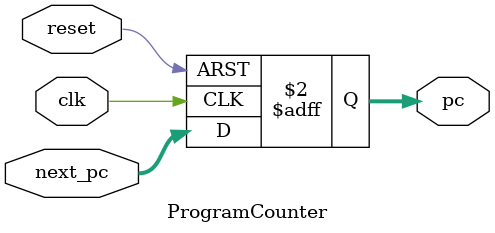
<source format=v>
/*
 * Program Counter
 * 
 * The program counter is a register that holds the address of the next instruction
 */
module ProgramCounter (
    input wire clk, reset,
    input wire [31:0] next_pc,
    output reg [31:0] pc
);

always @(posedge clk or posedge reset) begin
    if (reset)
        pc <= 32'b0;
    else
        pc <= next_pc;
end

endmodule

</source>
